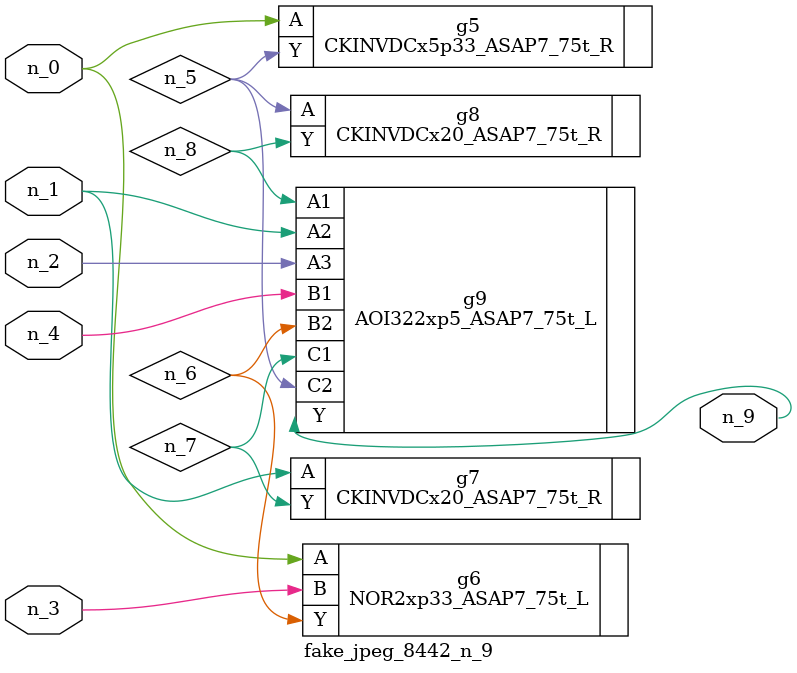
<source format=v>
module fake_jpeg_8442_n_9 (n_3, n_2, n_1, n_0, n_4, n_9);

input n_3;
input n_2;
input n_1;
input n_0;
input n_4;

output n_9;

wire n_8;
wire n_6;
wire n_5;
wire n_7;

CKINVDCx5p33_ASAP7_75t_R g5 ( 
.A(n_0),
.Y(n_5)
);

NOR2xp33_ASAP7_75t_L g6 ( 
.A(n_0),
.B(n_3),
.Y(n_6)
);

CKINVDCx20_ASAP7_75t_R g7 ( 
.A(n_1),
.Y(n_7)
);

CKINVDCx20_ASAP7_75t_R g8 ( 
.A(n_5),
.Y(n_8)
);

AOI322xp5_ASAP7_75t_L g9 ( 
.A1(n_8),
.A2(n_1),
.A3(n_2),
.B1(n_4),
.B2(n_6),
.C1(n_7),
.C2(n_5),
.Y(n_9)
);


endmodule
</source>
